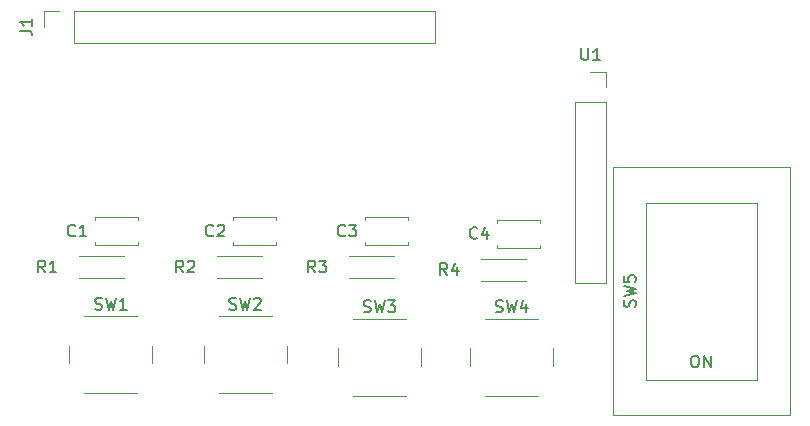
<source format=gbr>
%TF.GenerationSoftware,KiCad,Pcbnew,(6.0.4)*%
%TF.CreationDate,2022-07-19T16:38:10+09:00*%
%TF.ProjectId,io_board,696f5f62-6f61-4726-942e-6b696361645f,rev?*%
%TF.SameCoordinates,Original*%
%TF.FileFunction,Legend,Top*%
%TF.FilePolarity,Positive*%
%FSLAX46Y46*%
G04 Gerber Fmt 4.6, Leading zero omitted, Abs format (unit mm)*
G04 Created by KiCad (PCBNEW (6.0.4)) date 2022-07-19 16:38:10*
%MOMM*%
%LPD*%
G01*
G04 APERTURE LIST*
%ADD10C,0.150000*%
%ADD11C,0.120000*%
G04 APERTURE END LIST*
D10*
X161377333Y-68139142D02*
X161329714Y-68186761D01*
X161186857Y-68234380D01*
X161091619Y-68234380D01*
X160948761Y-68186761D01*
X160853523Y-68091523D01*
X160805904Y-67996285D01*
X160758285Y-67805809D01*
X160758285Y-67662952D01*
X160805904Y-67472476D01*
X160853523Y-67377238D01*
X160948761Y-67282000D01*
X161091619Y-67234380D01*
X161186857Y-67234380D01*
X161329714Y-67282000D01*
X161377333Y-67329619D01*
X162234476Y-67567714D02*
X162234476Y-68234380D01*
X161996380Y-67186761D02*
X161758285Y-67901047D01*
X162377333Y-67901047D01*
X151776666Y-74386761D02*
X151919523Y-74434380D01*
X152157619Y-74434380D01*
X152252857Y-74386761D01*
X152300476Y-74339142D01*
X152348095Y-74243904D01*
X152348095Y-74148666D01*
X152300476Y-74053428D01*
X152252857Y-74005809D01*
X152157619Y-73958190D01*
X151967142Y-73910571D01*
X151871904Y-73862952D01*
X151824285Y-73815333D01*
X151776666Y-73720095D01*
X151776666Y-73624857D01*
X151824285Y-73529619D01*
X151871904Y-73482000D01*
X151967142Y-73434380D01*
X152205238Y-73434380D01*
X152348095Y-73482000D01*
X152681428Y-73434380D02*
X152919523Y-74434380D01*
X153110000Y-73720095D01*
X153300476Y-74434380D01*
X153538571Y-73434380D01*
X153824285Y-73434380D02*
X154443333Y-73434380D01*
X154110000Y-73815333D01*
X154252857Y-73815333D01*
X154348095Y-73862952D01*
X154395714Y-73910571D01*
X154443333Y-74005809D01*
X154443333Y-74243904D01*
X154395714Y-74339142D01*
X154348095Y-74386761D01*
X154252857Y-74434380D01*
X153967142Y-74434380D01*
X153871904Y-74386761D01*
X153824285Y-74339142D01*
X136485333Y-71064380D02*
X136152000Y-70588190D01*
X135913904Y-71064380D02*
X135913904Y-70064380D01*
X136294857Y-70064380D01*
X136390095Y-70112000D01*
X136437714Y-70159619D01*
X136485333Y-70254857D01*
X136485333Y-70397714D01*
X136437714Y-70492952D01*
X136390095Y-70540571D01*
X136294857Y-70588190D01*
X135913904Y-70588190D01*
X136866285Y-70159619D02*
X136913904Y-70112000D01*
X137009142Y-70064380D01*
X137247238Y-70064380D01*
X137342476Y-70112000D01*
X137390095Y-70159619D01*
X137437714Y-70254857D01*
X137437714Y-70350095D01*
X137390095Y-70492952D01*
X136818666Y-71064380D01*
X137437714Y-71064380D01*
X147661333Y-71064380D02*
X147328000Y-70588190D01*
X147089904Y-71064380D02*
X147089904Y-70064380D01*
X147470857Y-70064380D01*
X147566095Y-70112000D01*
X147613714Y-70159619D01*
X147661333Y-70254857D01*
X147661333Y-70397714D01*
X147613714Y-70492952D01*
X147566095Y-70540571D01*
X147470857Y-70588190D01*
X147089904Y-70588190D01*
X147994666Y-70064380D02*
X148613714Y-70064380D01*
X148280380Y-70445333D01*
X148423238Y-70445333D01*
X148518476Y-70492952D01*
X148566095Y-70540571D01*
X148613714Y-70635809D01*
X148613714Y-70873904D01*
X148566095Y-70969142D01*
X148518476Y-71016761D01*
X148423238Y-71064380D01*
X148137523Y-71064380D01*
X148042285Y-71016761D01*
X147994666Y-70969142D01*
X140398666Y-74168761D02*
X140541523Y-74216380D01*
X140779619Y-74216380D01*
X140874857Y-74168761D01*
X140922476Y-74121142D01*
X140970095Y-74025904D01*
X140970095Y-73930666D01*
X140922476Y-73835428D01*
X140874857Y-73787809D01*
X140779619Y-73740190D01*
X140589142Y-73692571D01*
X140493904Y-73644952D01*
X140446285Y-73597333D01*
X140398666Y-73502095D01*
X140398666Y-73406857D01*
X140446285Y-73311619D01*
X140493904Y-73264000D01*
X140589142Y-73216380D01*
X140827238Y-73216380D01*
X140970095Y-73264000D01*
X141303428Y-73216380D02*
X141541523Y-74216380D01*
X141732000Y-73502095D01*
X141922476Y-74216380D01*
X142160571Y-73216380D01*
X142493904Y-73311619D02*
X142541523Y-73264000D01*
X142636761Y-73216380D01*
X142874857Y-73216380D01*
X142970095Y-73264000D01*
X143017714Y-73311619D01*
X143065333Y-73406857D01*
X143065333Y-73502095D01*
X143017714Y-73644952D01*
X142446285Y-74216380D01*
X143065333Y-74216380D01*
X158837333Y-71282380D02*
X158504000Y-70806190D01*
X158265904Y-71282380D02*
X158265904Y-70282380D01*
X158646857Y-70282380D01*
X158742095Y-70330000D01*
X158789714Y-70377619D01*
X158837333Y-70472857D01*
X158837333Y-70615714D01*
X158789714Y-70710952D01*
X158742095Y-70758571D01*
X158646857Y-70806190D01*
X158265904Y-70806190D01*
X159694476Y-70615714D02*
X159694476Y-71282380D01*
X159456380Y-70234761D02*
X159218285Y-70949047D01*
X159837333Y-70949047D01*
X170205095Y-52074380D02*
X170205095Y-52883904D01*
X170252714Y-52979142D01*
X170300333Y-53026761D01*
X170395571Y-53074380D01*
X170586047Y-53074380D01*
X170681285Y-53026761D01*
X170728904Y-52979142D01*
X170776523Y-52883904D01*
X170776523Y-52074380D01*
X171776523Y-53074380D02*
X171205095Y-53074380D01*
X171490809Y-53074380D02*
X171490809Y-52074380D01*
X171395571Y-52217238D01*
X171300333Y-52312476D01*
X171205095Y-52360095D01*
X122681380Y-50600333D02*
X123395666Y-50600333D01*
X123538523Y-50647952D01*
X123633761Y-50743190D01*
X123681380Y-50886047D01*
X123681380Y-50981285D01*
X123681380Y-49600333D02*
X123681380Y-50171761D01*
X123681380Y-49886047D02*
X122681380Y-49886047D01*
X122824238Y-49981285D01*
X122919476Y-50076523D01*
X122967095Y-50171761D01*
X127341333Y-67921142D02*
X127293714Y-67968761D01*
X127150857Y-68016380D01*
X127055619Y-68016380D01*
X126912761Y-67968761D01*
X126817523Y-67873523D01*
X126769904Y-67778285D01*
X126722285Y-67587809D01*
X126722285Y-67444952D01*
X126769904Y-67254476D01*
X126817523Y-67159238D01*
X126912761Y-67064000D01*
X127055619Y-67016380D01*
X127150857Y-67016380D01*
X127293714Y-67064000D01*
X127341333Y-67111619D01*
X128293714Y-68016380D02*
X127722285Y-68016380D01*
X128008000Y-68016380D02*
X128008000Y-67016380D01*
X127912761Y-67159238D01*
X127817523Y-67254476D01*
X127722285Y-67302095D01*
X162952666Y-74386761D02*
X163095523Y-74434380D01*
X163333619Y-74434380D01*
X163428857Y-74386761D01*
X163476476Y-74339142D01*
X163524095Y-74243904D01*
X163524095Y-74148666D01*
X163476476Y-74053428D01*
X163428857Y-74005809D01*
X163333619Y-73958190D01*
X163143142Y-73910571D01*
X163047904Y-73862952D01*
X163000285Y-73815333D01*
X162952666Y-73720095D01*
X162952666Y-73624857D01*
X163000285Y-73529619D01*
X163047904Y-73482000D01*
X163143142Y-73434380D01*
X163381238Y-73434380D01*
X163524095Y-73482000D01*
X163857428Y-73434380D02*
X164095523Y-74434380D01*
X164286000Y-73720095D01*
X164476476Y-74434380D01*
X164714571Y-73434380D01*
X165524095Y-73767714D02*
X165524095Y-74434380D01*
X165286000Y-73386761D02*
X165047904Y-74101047D01*
X165666952Y-74101047D01*
X129020666Y-74168761D02*
X129163523Y-74216380D01*
X129401619Y-74216380D01*
X129496857Y-74168761D01*
X129544476Y-74121142D01*
X129592095Y-74025904D01*
X129592095Y-73930666D01*
X129544476Y-73835428D01*
X129496857Y-73787809D01*
X129401619Y-73740190D01*
X129211142Y-73692571D01*
X129115904Y-73644952D01*
X129068285Y-73597333D01*
X129020666Y-73502095D01*
X129020666Y-73406857D01*
X129068285Y-73311619D01*
X129115904Y-73264000D01*
X129211142Y-73216380D01*
X129449238Y-73216380D01*
X129592095Y-73264000D01*
X129925428Y-73216380D02*
X130163523Y-74216380D01*
X130354000Y-73502095D01*
X130544476Y-74216380D01*
X130782571Y-73216380D01*
X131687333Y-74216380D02*
X131115904Y-74216380D01*
X131401619Y-74216380D02*
X131401619Y-73216380D01*
X131306380Y-73359238D01*
X131211142Y-73454476D01*
X131115904Y-73502095D01*
X139025333Y-67921142D02*
X138977714Y-67968761D01*
X138834857Y-68016380D01*
X138739619Y-68016380D01*
X138596761Y-67968761D01*
X138501523Y-67873523D01*
X138453904Y-67778285D01*
X138406285Y-67587809D01*
X138406285Y-67444952D01*
X138453904Y-67254476D01*
X138501523Y-67159238D01*
X138596761Y-67064000D01*
X138739619Y-67016380D01*
X138834857Y-67016380D01*
X138977714Y-67064000D01*
X139025333Y-67111619D01*
X139406285Y-67111619D02*
X139453904Y-67064000D01*
X139549142Y-67016380D01*
X139787238Y-67016380D01*
X139882476Y-67064000D01*
X139930095Y-67111619D01*
X139977714Y-67206857D01*
X139977714Y-67302095D01*
X139930095Y-67444952D01*
X139358666Y-68016380D01*
X139977714Y-68016380D01*
X150201333Y-67921142D02*
X150153714Y-67968761D01*
X150010857Y-68016380D01*
X149915619Y-68016380D01*
X149772761Y-67968761D01*
X149677523Y-67873523D01*
X149629904Y-67778285D01*
X149582285Y-67587809D01*
X149582285Y-67444952D01*
X149629904Y-67254476D01*
X149677523Y-67159238D01*
X149772761Y-67064000D01*
X149915619Y-67016380D01*
X150010857Y-67016380D01*
X150153714Y-67064000D01*
X150201333Y-67111619D01*
X150534666Y-67016380D02*
X151153714Y-67016380D01*
X150820380Y-67397333D01*
X150963238Y-67397333D01*
X151058476Y-67444952D01*
X151106095Y-67492571D01*
X151153714Y-67587809D01*
X151153714Y-67825904D01*
X151106095Y-67921142D01*
X151058476Y-67968761D01*
X150963238Y-68016380D01*
X150677523Y-68016380D01*
X150582285Y-67968761D01*
X150534666Y-67921142D01*
X124801333Y-71064380D02*
X124468000Y-70588190D01*
X124229904Y-71064380D02*
X124229904Y-70064380D01*
X124610857Y-70064380D01*
X124706095Y-70112000D01*
X124753714Y-70159619D01*
X124801333Y-70254857D01*
X124801333Y-70397714D01*
X124753714Y-70492952D01*
X124706095Y-70540571D01*
X124610857Y-70588190D01*
X124229904Y-70588190D01*
X125753714Y-71064380D02*
X125182285Y-71064380D01*
X125468000Y-71064380D02*
X125468000Y-70064380D01*
X125372761Y-70207238D01*
X125277523Y-70302476D01*
X125182285Y-70350095D01*
X174744761Y-73977333D02*
X174792380Y-73834476D01*
X174792380Y-73596380D01*
X174744761Y-73501142D01*
X174697142Y-73453523D01*
X174601904Y-73405904D01*
X174506666Y-73405904D01*
X174411428Y-73453523D01*
X174363809Y-73501142D01*
X174316190Y-73596380D01*
X174268571Y-73786857D01*
X174220952Y-73882095D01*
X174173333Y-73929714D01*
X174078095Y-73977333D01*
X173982857Y-73977333D01*
X173887619Y-73929714D01*
X173840000Y-73882095D01*
X173792380Y-73786857D01*
X173792380Y-73548761D01*
X173840000Y-73405904D01*
X173792380Y-73072571D02*
X174792380Y-72834476D01*
X174078095Y-72644000D01*
X174792380Y-72453523D01*
X173792380Y-72215428D01*
X173792380Y-71358285D02*
X173792380Y-71834476D01*
X174268571Y-71882095D01*
X174220952Y-71834476D01*
X174173333Y-71739238D01*
X174173333Y-71501142D01*
X174220952Y-71405904D01*
X174268571Y-71358285D01*
X174363809Y-71310666D01*
X174601904Y-71310666D01*
X174697142Y-71358285D01*
X174744761Y-71405904D01*
X174792380Y-71501142D01*
X174792380Y-71739238D01*
X174744761Y-71834476D01*
X174697142Y-71882095D01*
X179720952Y-78096380D02*
X179911428Y-78096380D01*
X180006666Y-78144000D01*
X180101904Y-78239238D01*
X180149523Y-78429714D01*
X180149523Y-78763047D01*
X180101904Y-78953523D01*
X180006666Y-79048761D01*
X179911428Y-79096380D01*
X179720952Y-79096380D01*
X179625714Y-79048761D01*
X179530476Y-78953523D01*
X179482857Y-78763047D01*
X179482857Y-78429714D01*
X179530476Y-78239238D01*
X179625714Y-78144000D01*
X179720952Y-78096380D01*
X180578095Y-79096380D02*
X180578095Y-78096380D01*
X181149523Y-79096380D01*
X181149523Y-78096380D01*
D11*
X166686000Y-68952000D02*
X166686000Y-68707000D01*
X166686000Y-66612000D02*
X163046000Y-66612000D01*
X163046000Y-66857000D02*
X163046000Y-66612000D01*
X166686000Y-68952000D02*
X163046000Y-68952000D01*
X163046000Y-68952000D02*
X163046000Y-68707000D01*
X166686000Y-66857000D02*
X166686000Y-66612000D01*
X150860000Y-81482000D02*
X155360000Y-81482000D01*
X156610000Y-78982000D02*
X156610000Y-77482000D01*
X155360000Y-74982000D02*
X150860000Y-74982000D01*
X149610000Y-77482000D02*
X149610000Y-78982000D01*
X139304000Y-71532000D02*
X143144000Y-71532000D01*
X139304000Y-69692000D02*
X143144000Y-69692000D01*
X150480000Y-69692000D02*
X154320000Y-69692000D01*
X150480000Y-71532000D02*
X154320000Y-71532000D01*
X145232000Y-78764000D02*
X145232000Y-77264000D01*
X139482000Y-81264000D02*
X143982000Y-81264000D01*
X143982000Y-74764000D02*
X139482000Y-74764000D01*
X138232000Y-77264000D02*
X138232000Y-78764000D01*
X161656000Y-69910000D02*
X165496000Y-69910000D01*
X161656000Y-71750000D02*
X165496000Y-71750000D01*
X169637000Y-56662000D02*
X172297000Y-56662000D01*
X172297000Y-56662000D02*
X172297000Y-71962000D01*
X169637000Y-71962000D02*
X172297000Y-71962000D01*
X170967000Y-54062000D02*
X172297000Y-54062000D01*
X172297000Y-54062000D02*
X172297000Y-55392000D01*
X169637000Y-56662000D02*
X169637000Y-71962000D01*
X124669000Y-48937000D02*
X125999000Y-48937000D01*
X127269000Y-48937000D02*
X157809000Y-48937000D01*
X127269000Y-51597000D02*
X127269000Y-48937000D01*
X124669000Y-50267000D02*
X124669000Y-48937000D01*
X157809000Y-51597000D02*
X157809000Y-48937000D01*
X127269000Y-51597000D02*
X157809000Y-51597000D01*
X129010000Y-68734000D02*
X129010000Y-68489000D01*
X132650000Y-66639000D02*
X132650000Y-66394000D01*
X132650000Y-68734000D02*
X132650000Y-68489000D01*
X129010000Y-66639000D02*
X129010000Y-66394000D01*
X132650000Y-68734000D02*
X129010000Y-68734000D01*
X132650000Y-66394000D02*
X129010000Y-66394000D01*
X162036000Y-81482000D02*
X166536000Y-81482000D01*
X167786000Y-78982000D02*
X167786000Y-77482000D01*
X166536000Y-74982000D02*
X162036000Y-74982000D01*
X160786000Y-77482000D02*
X160786000Y-78982000D01*
X128104000Y-81264000D02*
X132604000Y-81264000D01*
X133854000Y-78764000D02*
X133854000Y-77264000D01*
X132604000Y-74764000D02*
X128104000Y-74764000D01*
X126854000Y-77264000D02*
X126854000Y-78764000D01*
X144334000Y-68734000D02*
X140694000Y-68734000D01*
X140694000Y-68734000D02*
X140694000Y-68489000D01*
X140694000Y-66639000D02*
X140694000Y-66394000D01*
X144334000Y-66394000D02*
X140694000Y-66394000D01*
X144334000Y-68734000D02*
X144334000Y-68489000D01*
X144334000Y-66639000D02*
X144334000Y-66394000D01*
X155510000Y-68734000D02*
X155510000Y-68489000D01*
X155510000Y-66639000D02*
X155510000Y-66394000D01*
X155510000Y-66394000D02*
X151870000Y-66394000D01*
X155510000Y-68734000D02*
X151870000Y-68734000D01*
X151870000Y-66639000D02*
X151870000Y-66394000D01*
X151870000Y-68734000D02*
X151870000Y-68489000D01*
X127620000Y-71532000D02*
X131460000Y-71532000D01*
X127620000Y-69692000D02*
X131460000Y-69692000D01*
X172840000Y-83144000D02*
X180340000Y-83144000D01*
X180340000Y-80144000D02*
X185040000Y-80144000D01*
X185040000Y-65144000D02*
X175640000Y-65144000D01*
X185040000Y-80144000D02*
X185040000Y-65144000D01*
X187840000Y-83144000D02*
X187840000Y-62144000D01*
X175640000Y-80144000D02*
X180340000Y-80144000D01*
X172840000Y-62144000D02*
X172840000Y-83144000D01*
X180340000Y-83144000D02*
X187840000Y-83144000D01*
X187840000Y-62144000D02*
X172840000Y-62144000D01*
X175640000Y-65144000D02*
X175640000Y-80144000D01*
M02*

</source>
